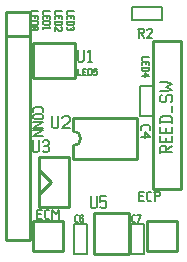
<source format=gbr>
G04 start of page 10 for group -4079 idx -4079 *
G04 Title: (unknown), topsilk *
G04 Creator: pcb 1.99z *
G04 CreationDate: Tue 11 Mar 2014 07:33:07 PM GMT UTC *
G04 For: ben *
G04 Format: Gerber/RS-274X *
G04 PCB-Dimensions (mil): 6000.00 5000.00 *
G04 PCB-Coordinate-Origin: lower left *
%MOIN*%
%FSLAX25Y25*%
%LNTOPSILK*%
%ADD78C,0.0080*%
%ADD77C,0.0060*%
%ADD76C,0.0100*%
G54D76*X188000Y415000D02*Y405000D01*
X198000D01*
Y415000D01*
X188000D01*
Y405000D02*X198000D01*
Y415000D01*
G54D77*X187175Y413931D02*Y404069D01*
X182825D02*X187175D01*
X182825Y413931D02*Y404069D01*
Y413931D02*X187175D01*
G54D76*X170200Y417800D02*Y403900D01*
X182000D01*
Y417800D02*Y403900D01*
X170200Y417800D02*X182000D01*
X150000Y415000D02*Y405000D01*
X160000D01*
Y415000D01*
X150000D01*
Y405000D02*X160000D01*
Y415000D01*
G54D77*X168175Y413931D02*Y404069D01*
X163825D02*X168175D01*
X163825Y413931D02*Y404069D01*
Y413931D02*X168175D01*
G54D76*X184654Y449317D02*Y435683D01*
X163346D02*X184654D01*
X163346Y440000D02*Y435683D01*
Y449317D02*Y445000D01*
Y449317D02*X184654D01*
X163346Y440000D02*G75*G03X163346Y445000I0J2500D01*G01*
X161846Y436390D02*Y419610D01*
X152154D02*X161846D01*
X152154Y436390D02*Y419610D01*
Y436390D02*X161846D01*
X156091Y428000D02*X152154Y424063D01*
X156091Y428000D02*X152154Y431937D01*
X190000Y425500D02*X199500D01*
X190000Y475000D02*X199500D01*
X190000D02*Y425500D01*
X199500Y475000D02*Y425500D01*
G54D77*X183069Y486175D02*X192931D01*
Y481825D01*
X183069D02*X192931D01*
X183069Y486175D02*Y481825D01*
X185825Y459883D02*Y450022D01*
Y459883D02*X190175D01*
Y450022D01*
X185825D02*X190175D01*
G54D76*X150000Y462500D02*X163900D01*
Y474300D02*Y462500D01*
X150000Y474300D02*X163900D01*
X150000D02*Y462500D01*
X141000Y476500D02*X149000D01*
Y484500D02*Y408500D01*
X141000Y484500D02*X149000D01*
X141000D02*Y408500D01*
X149000D01*
G54D78*X185500Y423344D02*X186655D01*
X185500Y421650D02*X187040D01*
X185500Y424730D02*Y421650D01*
Y424730D02*X187040D01*
X188503Y421650D02*X189504D01*
X187964Y422189D02*X188503Y421650D01*
X187964Y424191D02*Y422189D01*
Y424191D02*X188503Y424730D01*
X189504D01*
X190813D02*Y421650D01*
X190428Y424730D02*X191968D01*
X192353Y424345D01*
Y423575D01*
X191968Y423190D02*X192353Y423575D01*
X190813Y423190D02*X191968D01*
X183378Y414674D02*X184080D01*
X183000Y415052D02*X183378Y414674D01*
X183000Y416456D02*Y415052D01*
Y416456D02*X183378Y416834D01*
X184080D01*
X184998Y414674D02*X186078Y416834D01*
X184728D02*X186078D01*
X169200Y423200D02*Y419700D01*
X169700Y419200D01*
X170700D01*
X171200Y419700D01*
Y423200D02*Y419700D01*
X172400Y423200D02*X174400D01*
X172400D02*Y421200D01*
X172900Y421700D01*
X173900D01*
X174400Y421200D01*
Y419700D01*
X173900Y419200D02*X174400Y419700D01*
X172900Y419200D02*X173900D01*
X172400Y419700D02*X172900Y419200D01*
X151500Y417344D02*X152655D01*
X151500Y415650D02*X153040D01*
X151500Y418730D02*Y415650D01*
Y418730D02*X153040D01*
X154503Y415650D02*X155504D01*
X153964Y416189D02*X154503Y415650D01*
X153964Y418191D02*Y416189D01*
Y418191D02*X154503Y418730D01*
X155504D01*
X156428D02*Y415650D01*
Y418730D02*X157583Y417190D01*
X158738Y418730D01*
Y415650D01*
X164378Y414674D02*X165080D01*
X164000Y415052D02*X164378Y414674D01*
X164000Y416456D02*Y415052D01*
Y416456D02*X164378Y416834D01*
X165080D01*
X166538D02*X166808Y416564D01*
X165998Y416834D02*X166538D01*
X165728Y416564D02*X165998Y416834D01*
X165728Y416564D02*Y414944D01*
X165998Y414674D01*
X166538Y415862D02*X166808Y415592D01*
X165728Y415862D02*X166538D01*
X165998Y414674D02*X166538D01*
X166808Y414944D01*
Y415592D02*Y414944D01*
X156500Y449874D02*Y446374D01*
X157000Y445874D01*
X158000D01*
X158500Y446374D01*
Y449874D02*Y446374D01*
X159700Y449374D02*X160200Y449874D01*
X161700D01*
X162200Y449374D01*
Y448374D01*
X159700Y445874D02*X162200Y448374D01*
X159700Y445874D02*X162200D01*
X150000Y441874D02*Y438374D01*
X150500Y437874D01*
X151500D01*
X152000Y438374D01*
Y441874D02*Y438374D01*
X153200Y441374D02*X153700Y441874D01*
X154700D01*
X155200Y441374D01*
X154700Y437874D02*X155200Y438374D01*
X153700Y437874D02*X154700D01*
X153200Y438374D02*X153700Y437874D01*
Y440074D02*X154700D01*
X155200Y441374D02*Y440574D01*
Y439574D02*Y438374D01*
Y439574D02*X154700Y440074D01*
X155200Y440574D02*X154700Y440074D01*
X150150Y452461D02*Y451460D01*
X150689Y453000D02*X150150Y452461D01*
X150689Y453000D02*X152691D01*
X153230Y452461D01*
Y451460D01*
X150535Y450536D02*X152845D01*
X153230Y450151D01*
Y449381D01*
X152845Y448996D01*
X150535D02*X152845D01*
X150150Y449381D02*X150535Y448996D01*
X150150Y450151D02*Y449381D01*
X150535Y450536D02*X150150Y450151D01*
Y448072D02*X153230D01*
X150150Y446147D01*
X153230D01*
X150150Y445223D02*X153230D01*
X150150Y443298D01*
X153230D01*
X149500Y485150D02*X151620D01*
X149500D02*Y484090D01*
X150666Y483454D02*Y482659D01*
X149500Y483454D02*Y482394D01*
Y483454D02*X151620D01*
Y482394D01*
X149500Y481493D02*X151620D01*
Y480804D02*X151249Y480433D01*
X149871D02*X151249D01*
X149500Y480804D02*X149871Y480433D01*
X149500Y481758D02*Y480804D01*
X151620Y481758D02*Y480804D01*
X149765Y479797D02*X149500Y479532D01*
X149765Y479797D02*X151355D01*
X151620Y479532D01*
Y479002D01*
X151355Y478737D01*
X149765D02*X151355D01*
X149500Y479002D02*X149765Y478737D01*
X149500Y479532D02*Y479002D01*
X150030Y479797D02*X151090Y478737D01*
X186450Y469709D02*X188610D01*
X186450D02*Y468629D01*
X187638Y467981D02*Y467171D01*
X186450Y467981D02*Y466901D01*
Y467981D02*X188610D01*
Y466901D01*
X186450Y465983D02*X188610D01*
Y465281D02*X188232Y464903D01*
X186828D02*X188232D01*
X186450Y465281D02*X186828Y464903D01*
X186450Y466253D02*Y465281D01*
X188610Y466253D02*Y465281D01*
X187260Y464255D02*X188610Y463175D01*
X187260Y464255D02*Y462905D01*
X186450Y463175D02*X188610D01*
X192500Y439500D02*Y437500D01*
Y439500D02*X193000Y440000D01*
X194000D01*
X194500Y439500D02*X194000Y440000D01*
X194500Y439500D02*Y438000D01*
X192500D02*X196500D01*
X194500Y438800D02*X196500Y440000D01*
X194300Y442700D02*Y441200D01*
X196500Y443200D02*Y441200D01*
X192500D02*X196500D01*
X192500Y443200D02*Y441200D01*
X194300Y445900D02*Y444400D01*
X196500Y446400D02*Y444400D01*
X192500D02*X196500D01*
X192500Y446400D02*Y444400D01*
Y448100D02*X196500D01*
X192500Y449400D02*X193200Y450100D01*
X195800D01*
X196500Y449400D02*X195800Y450100D01*
X196500Y449400D02*Y447600D01*
X192500Y449400D02*Y447600D01*
X196500Y453300D02*Y451300D01*
X192500Y456500D02*X193000Y457000D01*
X192500Y456500D02*Y455000D01*
X193000Y454500D02*X192500Y455000D01*
X193000Y454500D02*X194000D01*
X194500Y455000D01*
Y456500D02*Y455000D01*
Y456500D02*X195000Y457000D01*
X196000D01*
X196500Y456500D02*X196000Y457000D01*
X196500Y456500D02*Y455000D01*
X196000Y454500D02*X196500Y455000D01*
X192500Y458200D02*X194500D01*
X196500Y458700D01*
X194500Y459700D01*
X196500Y460700D01*
X194500Y461200D01*
X192500D02*X194500D01*
X185000Y479104D02*X186540D01*
X186925Y478719D01*
Y477949D01*
X186540Y477564D02*X186925Y477949D01*
X185385Y477564D02*X186540D01*
X185385Y479104D02*Y476024D01*
X186001Y477564D02*X186925Y476024D01*
X187849Y478719D02*X188234Y479104D01*
X189389D01*
X189774Y478719D01*
Y477949D01*
X187849Y476024D02*X189774Y477949D01*
X187849Y476024D02*X189774D01*
X186024Y446414D02*Y445413D01*
X186563Y446953D02*X186024Y446414D01*
X186563Y446953D02*X188565D01*
X189104Y446414D01*
Y445413D01*
X187179Y444489D02*X189104Y442949D01*
X187179Y444489D02*Y442564D01*
X186024Y442949D02*X189104D01*
X161450Y485150D02*X163610D01*
X161450D02*Y484070D01*
X162638Y483422D02*Y482612D01*
X161450Y483422D02*Y482342D01*
Y483422D02*X163610D01*
Y482342D01*
X161450Y481424D02*X163610D01*
Y480722D02*X163232Y480344D01*
X161828D02*X163232D01*
X161450Y480722D02*X161828Y480344D01*
X161450Y481694D02*Y480722D01*
X163610Y481694D02*Y480722D01*
X163340Y479696D02*X163610Y479426D01*
Y478886D01*
X163340Y478616D01*
X161450Y478886D02*X161720Y478616D01*
X161450Y479426D02*Y478886D01*
X161720Y479696D02*X161450Y479426D01*
X162638D02*Y478886D01*
X162908Y478616D02*X163340D01*
X161720D02*X162368D01*
X162638Y478886D01*
X162908Y478616D02*X162638Y478886D01*
X164850Y465679D02*Y463559D01*
X165910D01*
X166546Y464725D02*X167341D01*
X166546Y463559D02*X167606D01*
X166546Y465679D02*Y463559D01*
Y465679D02*X167606D01*
X168507D02*Y463559D01*
X169196Y465679D02*X169567Y465308D01*
Y463930D01*
X169196Y463559D02*X169567Y463930D01*
X168242Y463559D02*X169196D01*
X168242Y465679D02*X169196D01*
X170203D02*X171263D01*
X170203D02*Y464619D01*
X170468Y464884D01*
X170998D01*
X171263Y464619D01*
Y463824D01*
X170998Y463559D02*X171263Y463824D01*
X170468Y463559D02*X170998D01*
X170203Y463824D02*X170468Y463559D01*
X165000Y472000D02*Y468500D01*
X165500Y468000D01*
X166500D01*
X167000Y468500D01*
Y472000D02*Y468500D01*
X168200Y471200D02*X169000Y472000D01*
Y468000D01*
X168200D02*X169700D01*
X157450Y485150D02*X159610D01*
X157450D02*Y484070D01*
X158638Y483422D02*Y482612D01*
X157450Y483422D02*Y482342D01*
Y483422D02*X159610D01*
Y482342D01*
X157450Y481424D02*X159610D01*
Y480722D02*X159232Y480344D01*
X157828D02*X159232D01*
X157450Y480722D02*X157828Y480344D01*
X157450Y481694D02*Y480722D01*
X159610Y481694D02*Y480722D01*
X159340Y479696D02*X159610Y479426D01*
Y478616D01*
X159340Y478346D01*
X158800D02*X159340D01*
X157450Y479696D02*X158800Y478346D01*
X157450Y479696D02*Y478346D01*
X153500Y485150D02*X155620D01*
X153500D02*Y484090D01*
X154666Y483454D02*Y482659D01*
X153500Y483454D02*Y482394D01*
Y483454D02*X155620D01*
Y482394D01*
X153500Y481493D02*X155620D01*
Y480804D02*X155249Y480433D01*
X153871D02*X155249D01*
X153500Y480804D02*X153871Y480433D01*
X153500Y481758D02*Y480804D01*
X155620Y481758D02*Y480804D01*
X155196Y479797D02*X155620Y479373D01*
X153500D02*X155620D01*
X153500Y479797D02*Y479002D01*
M02*

</source>
